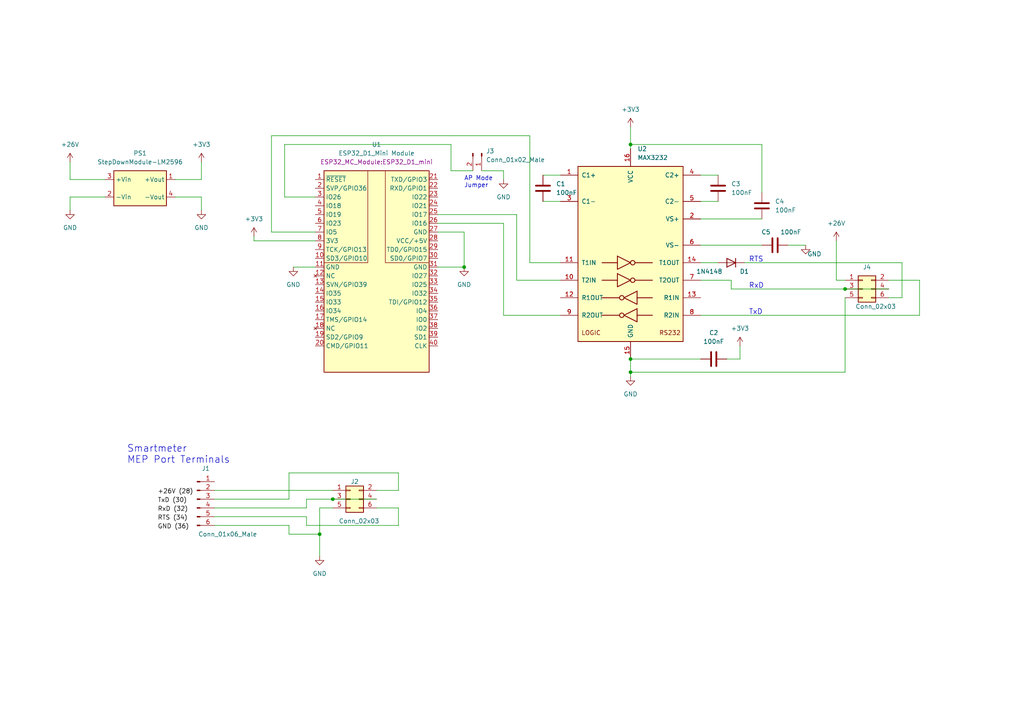
<source format=kicad_sch>
(kicad_sch (version 20211123) (generator eeschema)
  (paper "A4")
  (title_block (title "NES-Smartmeter Interface") (date "9. Aug. 2022") (rev "21.12. 2022") (comment 1 "Based on NES-MEP by www.dabbler.dk") (comment 4 "Author: Engelbert Horvat"))
  (lib_symbols
    (symbol "Connector:Conn_01x02_Male" (pin_names (offset 1.016) hide)
      (property "Reference" "J" (at 0 2.54 0))
      (property "Value" "Conn_01x02_Male" (at 0 -5.08 0))
      (symbol "Conn_01x02_Male_1_1"
        (polyline (pts (xy 1.27 -2.54) (xy 0.8636 -2.54)) (stroke (width 0.1524)))
        (polyline (pts (xy 1.27 0) (xy 0.8636 0)) (stroke (width 0.1524)))
        (rectangle (start 0.8636 -2.413) (end 0 -2.667) (stroke (width 0.1524)) (fill (type outline)))
        (rectangle (start 0.8636 0.127) (end 0 -0.127) (stroke (width 0.1524)) (fill (type outline)))
        (pin passive line (at 5.08 0 180) (length 3.81) (name "Pin_1") (number "1"))
        (pin passive line (at 5.08 -2.54 180) (length 3.81) (name "Pin_2") (number "2"))
      )
    )
    (symbol "Connector:Conn_01x06_Male" (pin_names (offset 1.016) hide)
      (property "Reference" "J" (at 0 7.62 0))
      (property "Value" "Conn_01x06_Male" (at 0 -10.16 0))
      (symbol "Conn_01x06_Male_1_1"
        (polyline (pts (xy 1.27 -7.62) (xy 0.8636 -7.62)) (stroke (width 0.1524)))
        (polyline (pts (xy 1.27 -5.08) (xy 0.8636 -5.08)) (stroke (width 0.1524)))
        (polyline (pts (xy 1.27 -2.54) (xy 0.8636 -2.54)) (stroke (width 0.1524)))
        (polyline (pts (xy 1.27 0) (xy 0.8636 0)) (stroke (width 0.1524)))
        (polyline (pts (xy 1.27 2.54) (xy 0.8636 2.54)) (stroke (width 0.1524)))
        (polyline (pts (xy 1.27 5.08) (xy 0.8636 5.08)) (stroke (width 0.1524)))
        (rectangle (start 0.8636 -7.493) (end 0 -7.747) (stroke (width 0.1524)) (fill (type outline)))
        (rectangle (start 0.8636 -4.953) (end 0 -5.207) (stroke (width 0.1524)) (fill (type outline)))
        (rectangle (start 0.8636 -2.413) (end 0 -2.667) (stroke (width 0.1524)) (fill (type outline)))
        (rectangle (start 0.8636 0.127) (end 0 -0.127) (stroke (width 0.1524)) (fill (type outline)))
        (rectangle (start 0.8636 2.667) (end 0 2.413) (stroke (width 0.1524)) (fill (type outline)))
        (rectangle (start 0.8636 5.207) (end 0 4.953) (stroke (width 0.1524)) (fill (type outline)))
        (pin passive line (at 5.08 5.08 180) (length 3.81) (name "Pin_1") (number "1"))
        (pin passive line (at 5.08 2.54 180) (length 3.81) (name "Pin_2") (number "2"))
        (pin passive line (at 5.08 0 180) (length 3.81) (name "Pin_3") (number "3"))
        (pin passive line (at 5.08 -2.54 180) (length 3.81) (name "Pin_4") (number "4"))
        (pin passive line (at 5.08 -5.08 180) (length 3.81) (name "Pin_5") (number "5"))
        (pin passive line (at 5.08 -7.62 180) (length 3.81) (name "Pin_6") (number "6"))
      )
    )
    (symbol "Connector_Generic:Conn_02x03_Odd_Even" (pin_names (offset 1.016) hide)
      (property "Reference" "J" (at 1.27 5.08 0))
      (property "Value" "Conn_02x03_Odd_Even" (at 1.27 -5.08 0))
      (symbol "Conn_02x03_Odd_Even_1_1"
        (rectangle (start -1.27 -2.413) (end 0 -2.667) (stroke (width 0.1524)))
        (rectangle (start -1.27 0.127) (end 0 -0.127) (stroke (width 0.1524)))
        (rectangle (start -1.27 2.667) (end 0 2.413) (stroke (width 0.1524)))
        (rectangle (start -1.27 3.81) (end 3.81 -3.81) (stroke (width 0.254)) (fill (type background)))
        (rectangle (start 3.81 -2.413) (end 2.54 -2.667) (stroke (width 0.1524)))
        (rectangle (start 3.81 0.127) (end 2.54 -0.127) (stroke (width 0.1524)))
        (rectangle (start 3.81 2.667) (end 2.54 2.413) (stroke (width 0.1524)))
        (pin passive line (at -5.08 2.54 0) (length 3.81) (name "Pin_1") (number "1"))
        (pin passive line (at 7.62 2.54 180) (length 3.81) (name "Pin_2") (number "2"))
        (pin passive line (at -5.08 0 0) (length 3.81) (name "Pin_3") (number "3"))
        (pin passive line (at 7.62 0 180) (length 3.81) (name "Pin_4") (number "4"))
        (pin passive line (at -5.08 -2.54 0) (length 3.81) (name "Pin_5") (number "5"))
        (pin passive line (at 7.62 -2.54 180) (length 3.81) (name "Pin_6") (number "6"))
      )
    )
    (symbol "Device:C" (pin_numbers hide) (pin_names (offset 0.254))
      (property "Reference" "C" (at 0.635 2.54 0))
      (property "Value" "C" (at 0.635 -2.54 0))
      (symbol "C_0_1"
        (polyline (pts (xy -2.032 -0.762) (xy 2.032 -0.762)) (stroke (width 0.508)))
        (polyline (pts (xy -2.032 0.762) (xy 2.032 0.762)) (stroke (width 0.508)))
      )
      (symbol "C_1_1"
        (pin passive line (at 0 3.81 270) (length 2.794) (name "~") (number "1"))
        (pin passive line (at 0 -3.81 90) (length 2.794) (name "~") (number "2"))
      )
    )
    (symbol "Diode:1N4148" (pin_numbers hide) (pin_names (offset 1.016) hide)
      (property "Reference" "D" (at 0 2.54 0))
      (property "Value" "1N4148" (at 0 -2.54 0))
      (symbol "1N4148_0_1"
        (polyline (pts (xy -1.27 1.27) (xy -1.27 -1.27)) (stroke (width 0.254)))
        (polyline (pts (xy 1.27 0) (xy -1.27 0)))
        (polyline (pts (xy 1.27 1.27) (xy 1.27 -1.27) (xy -1.27 0) (xy 1.27 1.27)) (stroke (width 0.254)))
      )
      (symbol "1N4148_1_1"
        (pin passive line (at -3.81 0 0) (length 2.54) (name "K") (number "1"))
        (pin passive line (at 3.81 0 180) (length 2.54) (name "A") (number "2"))
      )
    )
    (symbol "Interface_UART:MAX3232" (pin_names (offset 1.016))
      (property "Reference" "U" (at -2.54 28.575 0))
      (property "Value" "MAX3232" (at -2.54 26.67 0))
      (symbol "MAX3232_0_0"
        (text "LOGIC" (at -11.43 -22.86 0) (effects (font (size 1.27 1.27))))
        (text "RS232" (at 11.43 -22.86 0) (effects (font (size 1.27 1.27))))
      )
      (symbol "MAX3232_0_1"
        (rectangle (start -15.24 -25.4) (end 15.24 25.4) (stroke (width 0.254)) (fill (type background)))
        (circle (center -2.54 -17.78) (radius 0.635) (stroke (width 0.254)))
        (circle (center -2.54 -12.7) (radius 0.635) (stroke (width 0.254)))
        (polyline (pts (xy -3.81 -7.62) (xy -8.255 -7.62)) (stroke (width 0.254)))
        (polyline (pts (xy -3.81 -2.54) (xy -8.255 -2.54)) (stroke (width 0.254)))
        (polyline (pts (xy -3.175 -17.78) (xy -8.255 -17.78)) (stroke (width 0.254)))
        (polyline (pts (xy -3.175 -12.7) (xy -8.255 -12.7)) (stroke (width 0.254)))
        (polyline (pts (xy 1.27 -7.62) (xy 6.35 -7.62)) (stroke (width 0.254)))
        (polyline (pts (xy 1.27 -2.54) (xy 6.35 -2.54)) (stroke (width 0.254)))
        (polyline (pts (xy 1.905 -17.78) (xy 6.35 -17.78)) (stroke (width 0.254)))
        (polyline (pts (xy 1.905 -12.7) (xy 6.35 -12.7)) (stroke (width 0.254)))
        (polyline (pts (xy -3.81 -5.715) (xy -3.81 -9.525) (xy 0 -7.62) (xy -3.81 -5.715)) (stroke (width 0.254)))
        (polyline (pts (xy -3.81 -0.635) (xy -3.81 -4.445) (xy 0 -2.54) (xy -3.81 -0.635)) (stroke (width 0.254)))
        (polyline (pts (xy 1.905 -15.875) (xy 1.905 -19.685) (xy -1.905 -17.78) (xy 1.905 -15.875)) (stroke (width 0.254)))
        (polyline (pts (xy 1.905 -10.795) (xy 1.905 -14.605) (xy -1.905 -12.7) (xy 1.905 -10.795)) (stroke (width 0.254)))
        (circle (center 0.635 -7.62) (radius 0.635) (stroke (width 0.254)))
        (circle (center 0.635 -2.54) (radius 0.635) (stroke (width 0.254)))
      )
      (symbol "MAX3232_1_1"
        (pin passive line (at -20.32 22.86 0) (length 5.08) (name "C1+") (number "1"))
        (pin input line (at -20.32 -7.62 0) (length 5.08) (name "T2IN") (number "10"))
        (pin input line (at -20.32 -2.54 0) (length 5.08) (name "T1IN") (number "11"))
        (pin output line (at -20.32 -12.7 0) (length 5.08) (name "R1OUT") (number "12"))
        (pin input line (at 20.32 -12.7 180) (length 5.08) (name "R1IN") (number "13"))
        (pin output line (at 20.32 -2.54 180) (length 5.08) (name "T1OUT") (number "14"))
        (pin power_in line (at 0 -30.48 90) (length 5.08) (name "GND") (number "15"))
        (pin power_in line (at 0 30.48 270) (length 5.08) (name "VCC") (number "16"))
        (pin power_out line (at 20.32 10.16 180) (length 5.08) (name "VS+") (number "2"))
        (pin passive line (at -20.32 15.24 0) (length 5.08) (name "C1-") (number "3"))
        (pin passive line (at 20.32 22.86 180) (length 5.08) (name "C2+") (number "4"))
        (pin passive line (at 20.32 15.24 180) (length 5.08) (name "C2-") (number "5"))
        (pin power_out line (at 20.32 2.54 180) (length 5.08) (name "VS-") (number "6"))
        (pin output line (at 20.32 -7.62 180) (length 5.08) (name "T2OUT") (number "7"))
        (pin input line (at 20.32 -17.78 180) (length 5.08) (name "R2IN") (number "8"))
        (pin output line (at -20.32 -17.78 0) (length 5.08) (name "R2OUT") (number "9"))
      )
    )
    (symbol "MCU_Module-EHo:+26V" (power) (pin_names (offset 0))
      (property "Value" "+26V" (at 0 5.08 0))
      (symbol "+26V_0_1"
        (polyline (pts (xy -0.762 1.27) (xy 0 2.54)))
        (polyline (pts (xy 0 0) (xy 0 2.54)))
        (polyline (pts (xy 0 2.54) (xy 0.762 1.27)))
      )
      (symbol "+26V_1_1"
        (pin power_in line (at 0 0 90) (length 0) hide (name "+26V") (number "1"))
      )
    )
    (symbol "MCU_Module-EHo:DCDC-StepDownModule-LM2596"
      (property "Reference" "PS1" (at 0 10.16 0))
      (property "Value" "StepDownModule-LM2596" (at 0 7.62 0))
      (symbol "DCDC-StepDownModule-LM2596_0_0"
        (pin power_out line (at 10.16 2.54 180) (length 2.54) (name "+Vout") (number "1"))
        (pin power_in line (at -10.16 -2.54 0) (length 2.54) (name "-Vin") (number "2"))
        (pin power_in line (at -10.16 2.54 0) (length 2.54) (name "+Vin") (number "3"))
        (pin power_out line (at 10.16 -2.54 180) (length 2.54) (name "-Vout") (number "4"))
      )
      (symbol "DCDC-StepDownModule-LM2596_0_1"
        (rectangle (start -7.62 5.08) (end 7.62 -5.08) (stroke (width 0.254)) (fill (type background)))
      )
    )
    (symbol "MCU_Module-EHo:ESP32_D1_Mini"
      (property "Reference" "A" (at -10.16 29.21 0))
      (property "Value" "ESP32_D1_Mini" (at -5.08 -29.21 0))
      (symbol "ESP32_D1_Mini_0_0"
        (pin bidirectional line (at -17.78 22.86 0) (length 2.54) (name "SVP/GPIO36") (number "2"))
        (pin bidirectional line (at 17.78 12.7 180) (length 2.54) (name "IO16") (number "26"))
        (pin power_in line (at 17.78 10.16 180) (length 2.54) (name "GND") (number "27"))
        (pin bidirectional line (at 17.78 -5.08 180) (length 2.54) (name "IO25") (number "33"))
        (pin bidirectional line (at 17.78 -7.62 180) (length 2.54) (name "IO32") (number "34"))
        (pin bidirectional line (at 17.78 -10.16 180) (length 2.54) (name "TDI/GPIO12") (number "35"))
        (pin bidirectional line (at 17.78 -12.7 180) (length 2.54) (name "IO4") (number "36"))
        (pin bidirectional line (at 17.78 -15.24 180) (length 2.54) (name "IO0") (number "37"))
        (pin bidirectional line (at 17.78 -17.78 180) (length 2.54) (name "IO2") (number "38"))
        (pin bidirectional line (at 17.78 -20.32 180) (length 2.54) (name "SD1") (number "39"))
        (pin bidirectional line (at -17.78 17.78 0) (length 2.54) (name "IO18") (number "4"))
        (pin bidirectional line (at 17.78 -22.86 180) (length 2.54) (name "CLK") (number "40"))
      )
      (symbol "ESP32_D1_Mini_0_1"
        (rectangle (start -15.24 27.94) (end 15.24 -30.48) (stroke (width 0.254)) (fill (type background)))
        (polyline (pts (xy -15.24 1.27) (xy -2.54 1.27) (xy -2.54 27.94)))
        (polyline (pts (xy 15.24 1.27) (xy 2.54 1.27) (xy 2.54 27.94)))
      )
      (symbol "ESP32_D1_Mini_1_1"
        (pin input line (at -17.78 25.4 0) (length 2.54) (name "~{RESET}") (number "1"))
        (pin bidirectional line (at -17.78 2.54 0) (length 2.54) (name "SD3/GPIO10") (number "10"))
        (pin power_in line (at -17.78 0 0) (length 2.54) (name "GND") (number "11"))
        (pin no_connect line (at -17.78 -2.54 0) (length 2.54) (name "NC") (number "12"))
        (pin bidirectional line (at -17.78 -5.08 0) (length 2.54) (name "SVN/GPIO39") (number "13"))
        (pin bidirectional line (at -17.78 -7.62 0) (length 2.54) (name "IO35") (number "14"))
        (pin bidirectional line (at -17.78 -10.16 0) (length 2.54) (name "IO33") (number "15"))
        (pin bidirectional line (at -17.78 -12.7 0) (length 2.54) (name "IO34") (number "16"))
        (pin bidirectional line (at -17.78 -15.24 0) (length 2.54) (name "TMS/GPIO14") (number "17"))
        (pin no_connect line (at -17.78 -17.78 0) (length 2.54) (name "NC") (number "18"))
        (pin bidirectional line (at -17.78 -20.32 0) (length 2.54) (name "SD2/GPIO9") (number "19"))
        (pin bidirectional line (at -17.78 -22.86 0) (length 2.54) (name "CMD/GPIO11") (number "20"))
        (pin bidirectional line (at 17.78 25.4 180) (length 2.54) (name "TXD/GPIO3") (number "21"))
        (pin bidirectional line (at 17.78 22.86 180) (length 2.54) (name "RXD/GPIO1") (number "22"))
        (pin bidirectional line (at 17.78 20.32 180) (length 2.54) (name "IO22") (number "23"))
        (pin bidirectional line (at 17.78 17.78 180) (length 2.54) (name "IO21") (number "24"))
        (pin bidirectional line (at 17.78 15.24 180) (length 2.54) (name "IO17") (number "25"))
        (pin power_in line (at 17.78 7.62 180) (length 2.54) (name "VCC/+5V") (number "28"))
        (pin bidirectional line (at 17.78 5.08 180) (length 2.54) (name "TD0/GPIO15") (number "29"))
        (pin bidirectional line (at -17.78 20.32 0) (length 2.54) (name "IO26") (number "3"))
        (pin bidirectional line (at 17.78 2.54 180) (length 2.54) (name "SD0/GPIO7") (number "30"))
        (pin power_in line (at 17.78 0 180) (length 2.54) (name "GND") (number "31"))
        (pin bidirectional line (at 17.78 -2.54 180) (length 2.54) (name "IO27") (number "32"))
        (pin bidirectional line (at -17.78 15.24 0) (length 2.54) (name "IO19") (number "5"))
        (pin bidirectional line (at -17.78 12.7 0) (length 2.54) (name "IO23") (number "6"))
        (pin bidirectional line (at -17.78 10.16 0) (length 2.54) (name "IO5") (number "7"))
        (pin power_in line (at -17.78 7.62 0) (length 2.54) (name "3V3") (number "8"))
        (pin bidirectional line (at -17.78 5.08 0) (length 2.54) (name "TCK/GPIO13") (number "9"))
      )
    )
    (symbol "power:+3V3" (power) (pin_names (offset 0))
      (property "Value" "+3V3" (at 0 3.556 0))
      (symbol "+3V3_0_1"
        (polyline (pts (xy -0.762 1.27) (xy 0 2.54)))
        (polyline (pts (xy 0 0) (xy 0 2.54)))
        (polyline (pts (xy 0 2.54) (xy 0.762 1.27)))
      )
      (symbol "+3V3_1_1"
        (pin power_in line (at 0 0 90) (length 0) hide (name "+3V3") (number "1"))
      )
    )
    (symbol "power:GND" (power) (pin_names (offset 0))
      (property "Value" "GND" (at 0 -3.81 0))
      (symbol "GND_0_1"
        (polyline (pts (xy 0 0) (xy 0 -1.27) (xy 1.27 -1.27) (xy 0 -2.54) (xy -1.27 -1.27) (xy 0 -1.27)))
      )
      (symbol "GND_1_1"
        (pin power_in line (at 0 0 270) (length 0) hide (name "GND") (number "1"))
      )
    )
  )
  (junction (at 245.11 83.82))
  (junction (at 182.88 107.95))
  (junction (at 182.88 41.91))
  (junction (at 92.71 154.94))
  (junction (at 96.52 144.78))
  (junction (at 182.88 104.14))
  (junction (at 134.62 77.47))
  (wire (pts (xy 96.52 144.78) (xy 88.9 144.78)))
  (wire (pts (xy 182.88 104.14) (xy 203.2 104.14)))
  (wire (pts (xy 58.42 52.07) (xy 58.42 46.99)))
  (wire (pts (xy 153.67 76.2) (xy 162.56 76.2)))
  (wire (pts (xy 134.62 67.31) (xy 134.62 77.47)))
  (wire (pts (xy 92.71 154.94) (xy 83.82 154.94)))
  (wire (pts (xy 85.09 77.47) (xy 91.44 77.47)))
  (wire (pts (xy 50.8 57.15) (xy 58.42 57.15)))
  (wire (pts (xy 149.86 81.28) (xy 162.56 81.28)))
  (wire (pts (xy 92.71 154.94) (xy 92.71 161.29)))
  (wire (pts (xy 182.88 41.91) (xy 182.88 43.18)))
  (wire (pts (xy 157.48 50.8) (xy 162.56 50.8)))
  (wire (pts (xy 182.88 107.95) (xy 245.11 107.95)))
  (wire (pts (xy 146.05 91.44) (xy 162.56 91.44)))
  (wire (pts (xy 228.6 71.12) (xy 233.68 71.12)))
  (wire (pts (xy 115.57 147.32) (xy 115.57 152.4)))
  (wire (pts (xy 78.74 39.37) (xy 153.67 39.37)))
  (wire (pts (xy 83.82 137.16) (xy 83.82 144.78)))
  (wire (pts (xy 62.23 142.24) (xy 96.52 142.24)))
  (wire (pts (xy 92.71 147.32) (xy 92.71 154.94)))
  (wire (pts (xy 261.62 86.36) (xy 257.81 86.36)))
  (wire (pts (xy 88.9 149.86) (xy 88.9 152.4)))
  (wire (pts (xy 73.66 69.85) (xy 91.44 69.85)))
  (wire (pts (xy 115.57 137.16) (xy 83.82 137.16)))
  (wire (pts (xy 88.9 144.78) (xy 88.9 147.32)))
  (wire (pts (xy 78.74 67.31) (xy 78.74 39.37)))
  (wire (pts (xy 109.22 142.24) (xy 115.57 142.24)))
  (wire (pts (xy 182.88 36.83) (xy 182.88 41.91)))
  (wire (pts (xy 182.88 104.14) (xy 182.88 107.95)))
  (wire (pts (xy 82.55 57.15) (xy 82.55 41.91)))
  (wire (pts (xy 130.81 41.91) (xy 130.81 49.53)))
  (wire (pts (xy 73.66 69.85) (xy 73.66 68.58)))
  (wire (pts (xy 203.2 50.8) (xy 208.28 50.8)))
  (wire (pts (xy 88.9 152.4) (xy 115.57 152.4)))
  (wire (pts (xy 139.7 49.53) (xy 146.05 49.53)))
  (wire (pts (xy 127 62.23) (xy 149.86 62.23)))
  (wire (pts (xy 62.23 147.32) (xy 88.9 147.32)))
  (wire (pts (xy 245.11 86.36) (xy 245.11 107.95)))
  (wire (pts (xy 203.2 58.42) (xy 208.28 58.42)))
  (wire (pts (xy 261.62 76.2) (xy 261.62 86.36)))
  (wire (pts (xy 182.88 41.91) (xy 220.98 41.91)))
  (wire (pts (xy 50.8 52.07) (xy 58.42 52.07)))
  (wire (pts (xy 109.22 147.32) (xy 115.57 147.32)))
  (wire (pts (xy 127 67.31) (xy 134.62 67.31)))
  (wire (pts (xy 130.81 49.53) (xy 137.16 49.53)))
  (wire (pts (xy 92.71 147.32) (xy 96.52 147.32)))
  (wire (pts (xy 82.55 41.91) (xy 130.81 41.91)))
  (wire (pts (xy 266.7 81.28) (xy 266.7 91.44)))
  (wire (pts (xy 30.48 52.07) (xy 20.32 52.07)))
  (wire (pts (xy 62.23 149.86) (xy 88.9 149.86)))
  (wire (pts (xy 210.82 104.14) (xy 214.63 104.14)))
  (wire (pts (xy 127 77.47) (xy 134.62 77.47)))
  (wire (pts (xy 146.05 64.77) (xy 146.05 91.44)))
  (wire (pts (xy 146.05 49.53) (xy 146.05 52.07)))
  (wire (pts (xy 245.11 83.82) (xy 257.81 83.82)))
  (wire (pts (xy 182.88 107.95) (xy 182.88 109.22)))
  (wire (pts (xy 203.2 76.2) (xy 208.28 76.2)))
  (wire (pts (xy 58.42 57.15) (xy 58.42 60.96)))
  (wire (pts (xy 30.48 57.15) (xy 20.32 57.15)))
  (wire (pts (xy 62.23 152.4) (xy 83.82 152.4)))
  (wire (pts (xy 127 64.77) (xy 146.05 64.77)))
  (wire (pts (xy 149.86 62.23) (xy 149.86 81.28)))
  (wire (pts (xy 214.63 104.14) (xy 214.63 100.33)))
  (wire (pts (xy 20.32 52.07) (xy 20.32 46.99)))
  (wire (pts (xy 62.23 144.78) (xy 83.82 144.78)))
  (wire (pts (xy 20.32 57.15) (xy 20.32 60.96)))
  (wire (pts (xy 91.44 67.31) (xy 78.74 67.31)))
  (wire (pts (xy 242.57 81.28) (xy 242.57 69.85)))
  (wire (pts (xy 215.9 76.2) (xy 261.62 76.2)))
  (wire (pts (xy 91.44 57.15) (xy 82.55 57.15)))
  (wire (pts (xy 212.09 81.28) (xy 203.2 81.28)))
  (wire (pts (xy 203.2 63.5) (xy 220.98 63.5)))
  (wire (pts (xy 212.09 83.82) (xy 212.09 81.28)))
  (wire (pts (xy 83.82 152.4) (xy 83.82 154.94)))
  (wire (pts (xy 96.52 144.78) (xy 109.22 144.78)))
  (wire (pts (xy 115.57 142.24) (xy 115.57 137.16)))
  (wire (pts (xy 153.67 39.37) (xy 153.67 76.2)))
  (wire (pts (xy 203.2 91.44) (xy 266.7 91.44)))
  (wire (pts (xy 203.2 71.12) (xy 220.98 71.12)))
  (wire (pts (xy 245.11 83.82) (xy 212.09 83.82)))
  (wire (pts (xy 245.11 81.28) (xy 242.57 81.28)))
  (wire (pts (xy 162.56 58.42) (xy 157.48 58.42)))
  (wire (pts (xy 257.81 81.28) (xy 266.7 81.28)))
  (wire (pts (xy 220.98 55.88) (xy 220.98 41.91)))
  (text "RTS" (at 217.17 76.2 0) (effects (font (size 1.5 1.5)) (justify left bottom)))
  (text "TxD" (at 217.17 91.44 0) (effects (font (size 1.5 1.5)) (justify left bottom)))
  (text "Smartmeter\nMEP Port Terminals" (at 36.83 134.62 0) (effects (font (size 2 2)) (justify left bottom)))
  (text "AP Mode\nJumper" (at 134.62 54.61 0) (effects (font (size 1.27 1.27)) (justify left bottom)))
  (text "RxD" (at 217.17 83.82 0) (effects (font (size 1.5 1.5)) (justify left bottom)))
  (label "+26V (28)" (at 45.72 143.51 0))
  (label "TxD (30)" (at 45.72 146.05 0))
  (label "RTS (34)" (at 45.72 151.13 0))
  (label "GND (36)" (at 45.72 153.67 0))
  (label "RxD (32)" (at 45.72 148.59 0))
  (symbol (lib_id "MCU_Module-EHo:DCDC-StepDownModule-LM2596") (at 40.64 54.61 0) (unit 1)
    (property "Reference" "PS1" (at 40.64 44.45 0))
    (property "Value" "StepDownModule-LM2596" (at 40.64 46.99 0))
    (property "Footprint" "ESP32_MC_Module:DCDC-StepDown-LM2596-THT" (effects hide))
  )
  (symbol (lib_id "Device:C") (at 157.48 54.61 0) (unit 1)
    (property "Reference" "C1" (at 161.29 53.3399 0) (effects (justify left)))
    (property "Value" "100nF" (at 161.29 55.8799 0) (effects (justify left)))
    (property "Footprint" "Capacitor_THT:C_Rect_L7.0mm_W3.5mm_P5.00mm" (effects hide))
  )
  (symbol (lib_id "power:GND") (at 20.32 60.96 0) (unit 1)
    (property "Reference" "#PWR02" (effects hide))
    (property "Value" "GND" (at 20.32 66.04 0))
  )
  (symbol (lib_id "Device:C") (at 207.01 104.14 90) (unit 1)
    (property "Reference" "C2" (at 207.01 96.52 90))
    (property "Value" "100nF" (at 207.01 99.06 90))
    (property "Footprint" "Capacitor_THT:C_Rect_L7.0mm_W3.5mm_P5.00mm" (effects hide))
  )
  (symbol (lib_id "Interface_UART:MAX3232") (at 182.88 73.66 0) (unit 1)
    (property "Reference" "U2" (at 184.8994 43.18 0) (effects (justify left)))
    (property "Value" "MAX3232" (at 184.8994 45.72 0) (effects (justify left)))
    (property "Footprint" "Package_DIP:DIP-16_W7.62mm_Socket" (effects hide))
    (property "Datasheet" "https://datasheets.maximintegrated.com/en/ds/MAX3222-MAX3241.pdf" (effects hide))
  )
  (symbol (lib_id "Device:C") (at 208.28 54.61 0) (unit 1)
    (property "Reference" "C3" (at 212.09 53.3399 0) (effects (justify left)))
    (property "Value" "100nF" (at 212.09 55.8799 0) (effects (justify left)))
    (property "Footprint" "Capacitor_THT:C_Rect_L7.0mm_W3.5mm_P5.00mm" (effects hide))
  )
  (symbol (lib_id "Connector:Conn_01x06_Male") (at 57.15 144.78 0) (unit 1)
    (property "Reference" "J1" (at 59.69 135.89 0))
    (property "Value" "Conn_01x06_Male" (at 66.04 154.94 0))
    (property "Footprint" "Connector_Wire:SolderWire-1sqmm_1x06_P5.4mm_D1.4mm_OD2.7mm" (effects hide))
  )
  (symbol (lib_id "Connector:Conn_01x02_Male") (at 139.7 44.45 270) (unit 1)
    (property "Reference" "J3" (at 140.97 43.8149 90) (effects (justify left)))
    (property "Value" "Conn_01x02_Male" (at 140.97 46.3549 90) (effects (justify left)))
    (property "Footprint" "Connector_PinHeader_2.54mm:PinHeader_1x02_P2.54mm_Vertical" (effects hide))
  )
  (symbol (lib_id "power:GND") (at 233.68 71.12 0) (unit 1)
    (property "Reference" "#PWR011" (effects hide))
    (property "Value" "GND" (at 236.22 73.66 0))
  )
  (symbol (lib_id "power:GND") (at 85.09 77.47 0) (unit 1)
    (property "Reference" "#PWR0101" (effects hide))
    (property "Value" "GND" (at 85.09 82.55 0))
  )
  (symbol (lib_id "power:GND") (at 146.05 52.07 0) (unit 1)
    (property "Reference" "#PWR07" (effects hide))
    (property "Value" "GND" (at 146.05 57.15 0))
  )
  (symbol (lib_id "power:GND") (at 92.71 161.29 0) (unit 1)
    (property "Reference" "#PWR0102" (effects hide))
    (property "Value" "GND" (at 92.71 166.37 0))
  )
  (symbol (lib_id "Device:C") (at 224.79 71.12 270) (unit 1)
    (property "Reference" "C5" (at 223.5199 67.31 90) (effects (justify right)))
    (property "Value" "100nF" (at 232.41 67.31 90) (effects (justify right)))
    (property "Footprint" "Capacitor_THT:C_Rect_L7.0mm_W3.5mm_P5.00mm" (effects hide))
  )
  (symbol (lib_id "power:+3V3") (at 58.42 46.99 0) (unit 1)
    (property "Reference" "#PWR03" (effects hide))
    (property "Value" "+3V3" (at 58.42 41.91 0))
  )
  (symbol (lib_id "Diode:1N4148") (at 212.09 76.2 180) (unit 1)
    (property "Reference" "D1" (at 215.9 78.74 0))
    (property "Value" "1N4148" (at 205.74 78.74 0))
    (property "Footprint" "Diode_THT:D_DO-35_SOD27_P7.62mm_Horizontal" (effects hide))
    (property "Datasheet" "https://assets.nexperia.com/documents/data-sheet/1N4148_1N4448.pdf" (effects hide))
  )
  (symbol (lib_id "Connector_Generic:Conn_02x03_Odd_Even") (at 250.19 83.82 0) (unit 1)
    (property "Reference" "J4" (at 251.46 77.47 0))
    (property "Value" "Conn_02x03" (at 254 88.9 0))
    (property "Footprint" "IDC-Header_2x03_P2.54mm_Vertical" (effects hide))
  )
  (symbol (lib_id "MCU_Module-EHo:+26V") (at 242.57 69.85 0) (unit 1)
    (property "Reference" "#PWR012" (effects hide))
    (property "Value" "+26V" (at 242.57 64.77 0))
  )
  (symbol (lib_id "Device:C") (at 220.98 59.69 0) (unit 1)
    (property "Reference" "C4" (at 224.79 58.4199 0) (effects (justify left)))
    (property "Value" "100nF" (at 224.79 60.9599 0) (effects (justify left)))
    (property "Footprint" "Capacitor_THT:C_Rect_L7.0mm_W3.5mm_P5.00mm" (effects hide))
  )
  (symbol (lib_id "power:GND") (at 134.62 77.47 0) (unit 1)
    (property "Reference" "#PWR06" (effects hide))
    (property "Value" "GND" (at 134.62 82.55 0))
  )
  (symbol (lib_id "power:GND") (at 182.88 109.22 0) (unit 1)
    (property "Reference" "#PWR09" (effects hide))
    (property "Value" "GND" (at 182.88 114.3 0))
  )
  (symbol (lib_id "MCU_Module-EHo:+26V") (at 20.32 46.99 0) (unit 1)
    (property "Reference" "#PWR01" (effects hide))
    (property "Value" "+26V" (at 20.32 41.91 0))
  )
  (symbol (lib_id "Connector_Generic:Conn_02x03_Odd_Even") (at 101.6 144.78 0) (unit 1)
    (property "Reference" "J2" (at 102.87 139.7 0))
    (property "Value" "Conn_02x03" (at 104.14 151.13 0))
    (property "Footprint" "Connector_IDC:IDC-Header_2x03_P2.54mm_Vertical" (effects hide))
  )
  (symbol (lib_id "power:+3V3") (at 73.66 68.58 0) (unit 1)
    (property "Reference" "#PWR05" (effects hide))
    (property "Value" "+3V3" (at 73.66 63.5 0))
  )
  (symbol (lib_id "MCU_Module-EHo:ESP32_D1_Mini") (at 109.22 77.47 0) (unit 1)
    (property "Reference" "U1" (at 109.22 41.91 0))
    (property "Value" "ESP32_D1_Mini Module" (at 109.22 44.45 0))
    (property "Footprint" "ESP32_MC_Module:ESP32_D1_mini" (at 109.22 46.99 0))
    (property "Datasheet" "https://arduino-projekte.info/produkt/d1-mini-esp32-wifi-bluetooth/" (effects hide))
  )
  (symbol (lib_id "power:+3V3") (at 214.63 100.33 0) (unit 1)
    (property "Reference" "#PWR010" (effects hide))
    (property "Value" "+3V3" (at 214.63 95.25 0))
  )
  (symbol (lib_id "power:GND") (at 58.42 60.96 0) (unit 1)
    (property "Reference" "#PWR04" (effects hide))
    (property "Value" "GND" (at 58.42 66.04 0))
  )
  (symbol (lib_id "power:+3V3") (at 182.88 36.83 0) (unit 1)
    (property "Reference" "#PWR08" (effects hide))
    (property "Value" "+3V3" (at 182.88 31.75 0))
  )
)
</source>
